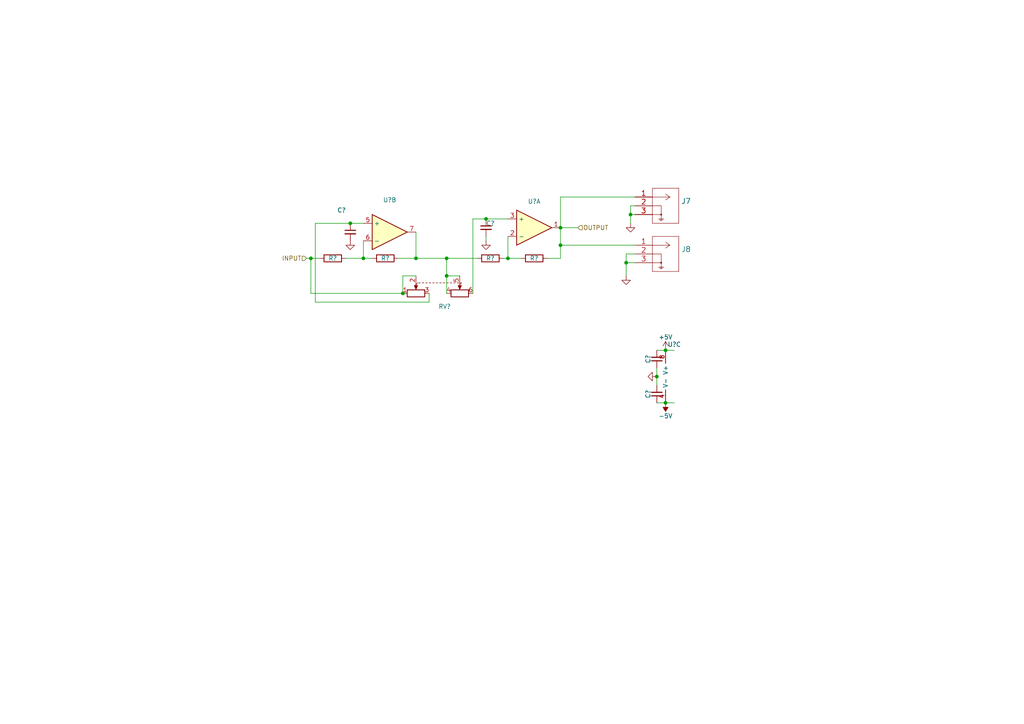
<source format=kicad_sch>
(kicad_sch (version 20211123) (generator eeschema)
  (paper "A4")
  (lib_symbols
    (symbol "synkie_symbols:+5V" (power) (pin_names (offset 0))
      (property "Value" "+5V" (at 0 3.556 0))
      (symbol "+5V_0_1"
        (polyline (pts (xy -0.762 1.27) (xy 0 2.54)))
        (polyline (pts (xy 0 0) (xy 0 2.54)))
        (polyline (pts (xy 0 2.54) (xy 0.762 1.27)))
      )
      (symbol "+5V_1_1"
        (pin power_in line (at 0 0 90) (length 0) hide (name "+5V") (number "1"))
      )
    )
    (symbol "synkie_symbols:-5V" (power) (pin_names (offset 0))
      (property "Value" "-5V" (at 0 3.81 0))
      (symbol "-5V_0_0"
        (pin power_in line (at 0 0 90) (length 0) hide (name "-5V") (number "1"))
      )
      (symbol "-5V_0_1"
        (polyline (pts (xy 0 0) (xy 0 1.27) (xy 0.762 1.27) (xy 0 2.54) (xy -0.762 1.27) (xy 0 1.27)) (fill (type outline)))
      )
    )
    (symbol "synkie_symbols:C_Small" (pin_numbers hide) (pin_names (offset 0.254) hide)
      (property "Reference" "C" (at 0.254 1.778 0))
      (property "Value" "C_Small" (at 0.254 -2.032 0))
      (symbol "C_Small_0_1"
        (polyline (pts (xy -1.524 -0.508) (xy 1.524 -0.508)) (stroke (width 0.3302)))
        (polyline (pts (xy -1.524 0.508) (xy 1.524 0.508)) (stroke (width 0.3048)))
      )
      (symbol "C_Small_1_1"
        (pin passive line (at 0 2.54 270) (length 2.032) (name "~") (number "1"))
        (pin passive line (at 0 -2.54 90) (length 2.032) (name "~") (number "2"))
      )
    )
    (symbol "synkie_symbols:GND" (power) (pin_names (offset 0))
      (property "Value" "GND" (at 0 -3.81 0))
      (symbol "GND_0_1"
        (polyline (pts (xy 0 0) (xy 0 -1.27) (xy 1.27 -1.27) (xy 0 -2.54) (xy -1.27 -1.27) (xy 0 -1.27)))
      )
      (symbol "GND_1_1"
        (pin power_in line (at 0 0 270) (length 0) hide (name "GND") (number "1"))
      )
    )
    (symbol "synkie_symbols:Opamp_Dual_Generic"
      (property "Reference" "U" (at 0 5.08 0))
      (property "Value" "Opamp_Dual_Generic" (at 0 -5.08 0))
      (symbol "Opamp_Dual_Generic_1_1"
        (polyline (pts (xy -5.08 5.08) (xy 5.08 0) (xy -5.08 -5.08) (xy -5.08 5.08)) (stroke (width 0.254)) (fill (type background)))
        (pin output line (at 7.62 0 180) (length 2.54) (name "~") (number "1"))
        (pin input line (at -7.62 -2.54 0) (length 2.54) (name "-") (number "2"))
        (pin input line (at -7.62 2.54 0) (length 2.54) (name "+") (number "3"))
      )
      (symbol "Opamp_Dual_Generic_2_1"
        (polyline (pts (xy -5.08 5.08) (xy 5.08 0) (xy -5.08 -5.08) (xy -5.08 5.08)) (stroke (width 0.254)) (fill (type background)))
        (pin input line (at -7.62 2.54 0) (length 2.54) (name "+") (number "5"))
        (pin input line (at -7.62 -2.54 0) (length 2.54) (name "-") (number "6"))
        (pin output line (at 7.62 0 180) (length 2.54) (name "~") (number "7"))
      )
      (symbol "Opamp_Dual_Generic_3_1"
        (pin power_in line (at -2.54 -7.62 90) (length 3.81) (name "V-") (number "4"))
        (pin power_in line (at -2.54 7.62 270) (length 3.81) (name "V+") (number "8"))
      )
    )
    (symbol "synkie_symbols:R" (pin_numbers hide) (pin_names (offset 0))
      (property "Reference" "R" (at 2.032 0 90))
      (property "Value" "R" (at 0 0 90))
      (symbol "R_0_1"
        (rectangle (start -1.016 -2.54) (end 1.016 2.54) (stroke (width 0.254)))
      )
      (symbol "R_1_1"
        (pin passive line (at 0 3.81 270) (length 1.27) (name "~") (number "1"))
        (pin passive line (at 0 -3.81 90) (length 1.27) (name "~") (number "2"))
      )
    )
    (symbol "synkie_symbols:UMCC" (pin_names (offset 0.254) hide)
      (property "Reference" "J" (at 8.89 6.35 0))
      (property "Value" "UMCC" (at 8.382 -8.8392 0))
      (symbol "UMCC_1_1"
        (polyline (pts (xy 5.08 -7.62) (xy 12.7 -7.62)) (stroke (width 0.127)))
        (polyline (pts (xy 5.08 2.54) (xy 5.08 -7.62)) (stroke (width 0.127)))
        (polyline (pts (xy 7.112 -6.604) (xy 8.128 -6.604)) (stroke (width 0.127)))
        (polyline (pts (xy 7.366 -6.858) (xy 7.874 -6.858)) (stroke (width 0.127)))
        (polyline (pts (xy 7.62 -5.08) (xy 5.08 -5.08)) (stroke (width 0.127)))
        (polyline (pts (xy 7.62 -2.54) (xy 5.08 -2.54)) (stroke (width 0.127)))
        (polyline (pts (xy 7.62 -2.54) (xy 7.62 -6.35)) (stroke (width 0.127)))
        (polyline (pts (xy 8.382 -6.35) (xy 6.858 -6.35)) (stroke (width 0.127)))
        (polyline (pts (xy 10.16 0) (xy 5.08 0)) (stroke (width 0.127)))
        (polyline (pts (xy 10.16 0) (xy 8.89 -0.8382)) (stroke (width 0.127)))
        (polyline (pts (xy 10.16 0) (xy 8.89 0.8382)) (stroke (width 0.127)))
        (polyline (pts (xy 12.7 -7.62) (xy 12.7 2.54)) (stroke (width 0.127)))
        (polyline (pts (xy 12.7 2.54) (xy 5.08 2.54)) (stroke (width 0.127)))
        (arc (start 7.62 -5.207) (mid 7.62 -4.953) (end 7.62 -5.207) (stroke (width 0.254)))
        (circle (center 7.62 -5.08) (radius 0.127) (stroke (width 0.254)))
        (pin unspecified line (at 0 0 0) (length 5.08) (name "1") (number "1"))
        (pin unspecified line (at 0 -2.54 0) (length 5.08) (name "2") (number "2"))
        (pin unspecified line (at 0 -5.08 0) (length 5.08) (name "3") (number "3"))
      )
    )
    (symbol "vm122-masterfader-rescue:R_POT_Dual-Device" (pin_names (offset 1.016) hide)
      (property "Reference" "RV" (at 0 3.81 0))
      (property "Value" "R_POT_Dual-Device" (at 0 1.905 0))
      (symbol "R_POT_Dual-Device_0_1"
        (rectangle (start -8.89 -1.524) (end -3.81 -3.556) (stroke (width 0.254)))
        (polyline (pts (xy -6.35 0) (xy -6.35 -1.016)))
        (polyline (pts (xy -6.35 0) (xy -6.35 -1.016)))
        (polyline (pts (xy -6.35 0) (xy -5.842 0.508)))
        (polyline (pts (xy -5.588 0.508) (xy -5.08 0.508)))
        (polyline (pts (xy -4.572 0.508) (xy -4.064 0.508)))
        (polyline (pts (xy -3.556 0.508) (xy -3.048 0.508)))
        (polyline (pts (xy -2.54 0.508) (xy -2.032 0.508)))
        (polyline (pts (xy -1.524 0.508) (xy -1.016 0.508)))
        (polyline (pts (xy -0.508 0.508) (xy 0 0.508)))
        (polyline (pts (xy 0.508 0.508) (xy 1.016 0.508)))
        (polyline (pts (xy 1.524 0.508) (xy 2.032 0.508)))
        (polyline (pts (xy 2.54 0.508) (xy 3.048 0.508)))
        (polyline (pts (xy 3.556 0.508) (xy 4.064 0.508)))
        (polyline (pts (xy 4.572 0.508) (xy 5.08 0.508)))
        (polyline (pts (xy 5.588 0.508) (xy 6.096 0.508)))
        (polyline (pts (xy 6.35 0) (xy 6.35 -1.016)))
        (polyline (pts (xy 6.35 0) (xy 6.35 -1.016)))
        (polyline (pts (xy 6.604 0.508) (xy 6.858 0.508) (xy 6.35 0)))
        (polyline (pts (xy -6.35 -1.397) (xy -6.858 -0.254) (xy -5.842 -0.254) (xy -6.35 -1.397)) (fill (type outline)))
        (polyline (pts (xy 6.35 -1.397) (xy 5.842 -0.254) (xy 6.858 -0.254) (xy 6.35 -1.397)) (fill (type outline)))
        (rectangle (start 3.81 -1.524) (end 8.89 -3.556) (stroke (width 0.254)))
      )
      (symbol "R_POT_Dual-Device_1_1"
        (pin passive line (at -10.16 -2.54 0) (length 1.27) (name "1") (number "1"))
        (pin passive line (at -6.35 2.54 270) (length 2.54) (name "2") (number "2"))
        (pin passive line (at -2.54 -2.54 180) (length 1.27) (name "3") (number "3"))
        (pin passive line (at 2.54 -2.54 0) (length 1.27) (name "4") (number "4"))
        (pin passive line (at 6.35 2.54 270) (length 2.54) (name "5") (number "5"))
        (pin passive line (at 10.16 -2.54 180) (length 1.27) (name "6") (number "6"))
      )
    )
  )
  (junction (at 181.61 76.2))
  (junction (at 101.6 64.77))
  (junction (at 116.84 85.09))
  (junction (at 193.04 116.84))
  (junction (at 90.17 74.93))
  (junction (at 140.97 63.5))
  (junction (at 182.88 62.23))
  (junction (at 129.54 80.01))
  (junction (at 129.54 74.93))
  (junction (at 190.5 109.22))
  (junction (at 105.41 74.93))
  (junction (at 147.32 74.93))
  (junction (at 162.56 71.12))
  (junction (at 162.56 66.04))
  (junction (at 193.04 101.6))
  (junction (at 120.65 74.93))
  (wire (pts (xy 120.65 74.93) (xy 129.54 74.93)))
  (wire (pts (xy 120.65 67.31) (xy 120.65 74.93)))
  (wire (pts (xy 147.32 74.93) (xy 147.32 68.58)))
  (wire (pts (xy 116.84 80.01) (xy 116.84 85.09)))
  (wire (pts (xy 120.65 74.93) (xy 115.57 74.93)))
  (wire (pts (xy 184.15 57.15) (xy 162.56 57.15)))
  (wire (pts (xy 181.61 76.2) (xy 181.61 80.01)))
  (wire (pts (xy 190.5 116.84) (xy 193.04 116.84)))
  (wire (pts (xy 190.5 101.6) (xy 193.04 101.6)))
  (wire (pts (xy 137.16 85.09) (xy 137.16 63.5)))
  (wire (pts (xy 181.61 73.66) (xy 181.61 76.2)))
  (wire (pts (xy 120.65 80.01) (xy 116.84 80.01)))
  (wire (pts (xy 184.15 59.69) (xy 182.88 59.69)))
  (wire (pts (xy 105.41 69.85) (xy 105.41 74.93)))
  (wire (pts (xy 162.56 74.93) (xy 158.75 74.93)))
  (wire (pts (xy 107.95 74.93) (xy 105.41 74.93)))
  (wire (pts (xy 147.32 74.93) (xy 146.05 74.93)))
  (wire (pts (xy 151.13 74.93) (xy 147.32 74.93)))
  (wire (pts (xy 182.88 59.69) (xy 182.88 62.23)))
  (wire (pts (xy 184.15 73.66) (xy 181.61 73.66)))
  (wire (pts (xy 90.17 74.93) (xy 92.71 74.93)))
  (wire (pts (xy 129.54 80.01) (xy 129.54 74.93)))
  (wire (pts (xy 91.44 87.63) (xy 91.44 64.77)))
  (wire (pts (xy 184.15 62.23) (xy 182.88 62.23)))
  (wire (pts (xy 184.15 71.12) (xy 162.56 71.12)))
  (wire (pts (xy 129.54 85.09) (xy 129.54 80.01)))
  (wire (pts (xy 184.15 76.2) (xy 181.61 76.2)))
  (wire (pts (xy 162.56 57.15) (xy 162.56 66.04)))
  (wire (pts (xy 124.46 87.63) (xy 124.46 85.09)))
  (wire (pts (xy 90.17 85.09) (xy 90.17 74.93)))
  (wire (pts (xy 193.04 101.6) (xy 195.58 101.6)))
  (wire (pts (xy 100.33 74.93) (xy 105.41 74.93)))
  (wire (pts (xy 182.88 62.23) (xy 182.88 64.77)))
  (wire (pts (xy 116.84 85.09) (xy 90.17 85.09)))
  (wire (pts (xy 162.56 66.04) (xy 162.56 71.12)))
  (wire (pts (xy 162.56 71.12) (xy 162.56 74.93)))
  (wire (pts (xy 190.5 109.22) (xy 190.5 106.68)))
  (wire (pts (xy 105.41 64.77) (xy 101.6 64.77)))
  (wire (pts (xy 129.54 74.93) (xy 138.43 74.93)))
  (wire (pts (xy 147.32 63.5) (xy 140.97 63.5)))
  (wire (pts (xy 88.9 74.93) (xy 90.17 74.93)))
  (wire (pts (xy 91.44 64.77) (xy 101.6 64.77)))
  (wire (pts (xy 91.44 87.63) (xy 124.46 87.63)))
  (wire (pts (xy 140.97 68.58) (xy 140.97 69.85)))
  (wire (pts (xy 162.56 66.04) (xy 167.64 66.04)))
  (wire (pts (xy 137.16 63.5) (xy 140.97 63.5)))
  (wire (pts (xy 190.5 111.76) (xy 190.5 109.22)))
  (wire (pts (xy 129.54 80.01) (xy 133.35 80.01)))
  (wire (pts (xy 193.04 116.84) (xy 195.58 116.84)))
  (hierarchical_label "OUTPUT" (shape input) (at 167.64 66.04 0))
  (hierarchical_label "INPUT" (shape input) (at 88.9 74.93 180))
  (symbol (lib_id "synkie_symbols:Opamp_Dual_Generic") (at 113.03 67.31 0) (unit 2)
    (property "Reference" "U?" (at 113.03 57.9882 0))
  )
  (symbol (lib_id "synkie_symbols:Opamp_Dual_Generic") (at 154.94 66.04 0) (unit 1)
    (property "Reference" "U?" (at 154.94 58.42 0))
  )
  (symbol (lib_id "synkie_symbols:R") (at 111.76 74.93 270) (unit 1)
    (property "Reference" "R?" (at 111.76 74.93 90))
  )
  (symbol (lib_id "synkie_symbols:C_Small") (at 101.6 67.31 0) (unit 1)
    (property "Reference" "C?" (at 97.79 60.96 0) (effects (justify left)))
  )
  (symbol (lib_id "synkie_symbols:C_Small") (at 140.97 66.04 0) (unit 1)
    (property "Reference" "C?" (at 140.97 64.77 0) (effects (justify left)))
  )
  (symbol (lib_id "synkie_symbols:GND") (at 101.6 69.85 0) (unit 1)
    (property "Reference" "#PWR?" (effects hide))
  )
  (symbol (lib_id "synkie_symbols:GND") (at 140.97 69.85 0) (unit 1)
    (property "Reference" "#PWR?" (effects hide))
  )
  (symbol (lib_id "vm122-masterfader-rescue:R_POT_Dual-Device") (at 127 82.55 0) (unit 1)
    (property "Reference" "RV?" (at 130.81 88.9 0) (effects (justify right)))
  )
  (symbol (lib_id "synkie_symbols:R") (at 96.52 74.93 270) (unit 1)
    (property "Reference" "R?" (at 96.52 74.93 90))
  )
  (symbol (lib_id "synkie_symbols:R") (at 154.94 74.93 270) (unit 1)
    (property "Reference" "R?" (at 154.94 74.93 90))
  )
  (symbol (lib_id "synkie_symbols:R") (at 142.24 74.93 270) (unit 1)
    (property "Reference" "R?" (at 142.24 74.93 90))
  )
  (symbol (lib_id "synkie_symbols:Opamp_Dual_Generic") (at 195.58 109.22 0) (unit 3)
    (property "Reference" "U?" (at 195.58 99.8982 0))
  )
  (symbol (lib_id "synkie_symbols:GND") (at 190.5 109.22 270) (unit 1)
    (property "Reference" "#PWR?" (effects hide))
  )
  (symbol (lib_id "synkie_symbols:+5V") (at 193.04 101.6 0) (unit 1)
    (property "Reference" "#PWR?" (effects hide))
  )
  (symbol (lib_id "synkie_symbols:-5V") (at 193.04 116.84 180) (unit 1)
    (property "Reference" "#PWR?" (effects hide))
  )
  (symbol (lib_id "synkie_symbols:C_Small") (at 190.5 114.3 180) (unit 1)
    (property "Reference" "C?" (at 187.96 114.3 90))
  )
  (symbol (lib_id "synkie_symbols:C_Small") (at 190.5 104.14 180) (unit 1)
    (property "Reference" "C?" (at 187.96 104.14 90))
  )
  (symbol (lib_id "synkie_symbols:UMCC") (at 184.15 57.15 0) (unit 1)
    (property "Reference" "J7" (at 197.5612 58.3438 0) (effects (font (size 1.524 1.524)) (justify left)))
  )
  (symbol (lib_id "synkie_symbols:UMCC") (at 184.15 71.12 0) (unit 1)
    (property "Reference" "J8" (at 197.5612 72.3138 0) (effects (font (size 1.524 1.524)) (justify left)))
  )
  (symbol (lib_id "synkie_symbols:GND") (at 182.88 64.77 0) (unit 1)
    (property "Reference" "#PWR?" (effects hide))
  )
  (symbol (lib_id "synkie_symbols:GND") (at 181.61 80.01 0) (unit 1)
    (property "Reference" "#PWR?" (effects hide))
  )
)
</source>
